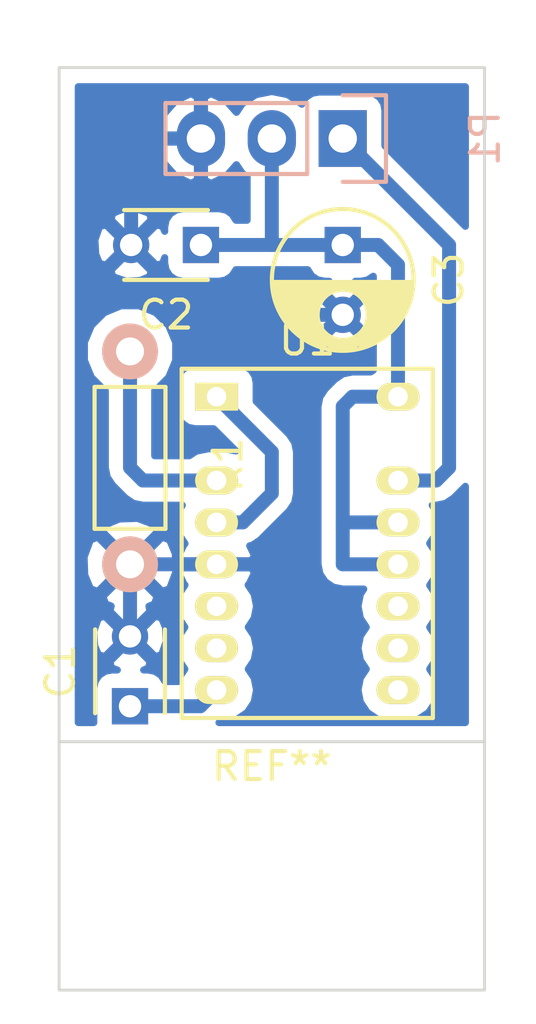
<source format=kicad_pcb>
(kicad_pcb (version 4) (host pcbnew 4.0.2-stable)

  (general
    (links 14)
    (no_connects 0)
    (area 138.379999 69.799999 153.720001 102.920001)
    (thickness 1.6)
    (drawings 5)
    (tracks 42)
    (zones 0)
    (modules 7)
    (nets 7)
  )

  (page A4)
  (title_block
    (title "Sensor target GP2y0DxxZ0f")
    (date 2016-11-13)
    (company "RPL HW & SW")
  )

  (layers
    (0 F.Cu signal)
    (31 B.Cu signal)
    (32 B.Adhes user)
    (33 F.Adhes user)
    (34 B.Paste user)
    (35 F.Paste user)
    (36 B.SilkS user)
    (37 F.SilkS user)
    (38 B.Mask user)
    (39 F.Mask user)
    (40 Dwgs.User user)
    (41 Cmts.User user)
    (42 Eco1.User user)
    (43 Eco2.User user)
    (44 Edge.Cuts user)
    (45 Margin user)
    (46 B.CrtYd user)
    (47 F.CrtYd user)
    (48 B.Fab user)
    (49 F.Fab user)
  )

  (setup
    (last_trace_width 0.25)
    (trace_clearance 0.2)
    (zone_clearance 0.508)
    (zone_45_only no)
    (trace_min 0.2)
    (segment_width 0.2)
    (edge_width 0.1)
    (via_size 0.6)
    (via_drill 0.4)
    (via_min_size 0.4)
    (via_min_drill 0.3)
    (uvia_size 0.3)
    (uvia_drill 0.1)
    (uvias_allowed no)
    (uvia_min_size 0.2)
    (uvia_min_drill 0.1)
    (pcb_text_width 0.3)
    (pcb_text_size 1.5 1.5)
    (mod_edge_width 0.15)
    (mod_text_size 1 1)
    (mod_text_width 0.15)
    (pad_size 1.5 1.5)
    (pad_drill 0.6)
    (pad_to_mask_clearance 0)
    (aux_axis_origin 0 0)
    (visible_elements FFFFFF7F)
    (pcbplotparams
      (layerselection 0x00030_80000001)
      (usegerberextensions false)
      (excludeedgelayer true)
      (linewidth 0.100000)
      (plotframeref false)
      (viasonmask false)
      (mode 1)
      (useauxorigin false)
      (hpglpennumber 1)
      (hpglpenspeed 20)
      (hpglpendiameter 15)
      (hpglpenoverlay 2)
      (psnegative false)
      (psa4output false)
      (plotreference true)
      (plotvalue true)
      (plotinvisibletext false)
      (padsonsilk false)
      (subtractmaskfromsilk false)
      (outputformat 1)
      (mirror false)
      (drillshape 1)
      (scaleselection 1)
      (outputdirectory ""))
  )

  (net 0 "")
  (net 1 "Net-(C1-Pad1)")
  (net 2 GND)
  (net 3 VCC)
  (net 4 /Out)
  (net 5 "Net-(R1-Pad1)")
  (net 6 "Net-(U1-Pad1)")

  (net_class Default "Questo è il gruppo di collegamenti predefinito"
    (clearance 0.2)
    (trace_width 0.25)
    (via_dia 0.6)
    (via_drill 0.4)
    (uvia_dia 0.3)
    (uvia_drill 0.1)
  )

  (net_class rpl ""
    (clearance 0.4)
    (trace_width 0.5)
    (via_dia 0.6)
    (via_drill 0.4)
    (uvia_dia 0.3)
    (uvia_drill 0.1)
    (add_net /Out)
    (add_net GND)
    (add_net "Net-(C1-Pad1)")
    (add_net "Net-(R1-Pad1)")
    (add_net "Net-(U1-Pad1)")
    (add_net VCC)
  )

  (module Capacitors_ThroughHole:C_Radial_D5_L11_P2.5 (layer F.Cu) (tedit 0) (tstamp 58286A0B)
    (at 148.59 76.2 270)
    (descr "Radial Electrolytic Capacitor Diameter 5mm x Length 11mm, Pitch 2.5mm")
    (tags "Electrolytic Capacitor")
    (path /58281D69)
    (fp_text reference C3 (at 1.25 -3.8 270) (layer F.SilkS)
      (effects (font (size 1 1) (thickness 0.15)))
    )
    (fp_text value 4.7uF (at 1.25 3.8 270) (layer F.Fab)
      (effects (font (size 1 1) (thickness 0.15)))
    )
    (fp_line (start 1.325 -2.499) (end 1.325 2.499) (layer F.SilkS) (width 0.15))
    (fp_line (start 1.465 -2.491) (end 1.465 2.491) (layer F.SilkS) (width 0.15))
    (fp_line (start 1.605 -2.475) (end 1.605 -0.095) (layer F.SilkS) (width 0.15))
    (fp_line (start 1.605 0.095) (end 1.605 2.475) (layer F.SilkS) (width 0.15))
    (fp_line (start 1.745 -2.451) (end 1.745 -0.49) (layer F.SilkS) (width 0.15))
    (fp_line (start 1.745 0.49) (end 1.745 2.451) (layer F.SilkS) (width 0.15))
    (fp_line (start 1.885 -2.418) (end 1.885 -0.657) (layer F.SilkS) (width 0.15))
    (fp_line (start 1.885 0.657) (end 1.885 2.418) (layer F.SilkS) (width 0.15))
    (fp_line (start 2.025 -2.377) (end 2.025 -0.764) (layer F.SilkS) (width 0.15))
    (fp_line (start 2.025 0.764) (end 2.025 2.377) (layer F.SilkS) (width 0.15))
    (fp_line (start 2.165 -2.327) (end 2.165 -0.835) (layer F.SilkS) (width 0.15))
    (fp_line (start 2.165 0.835) (end 2.165 2.327) (layer F.SilkS) (width 0.15))
    (fp_line (start 2.305 -2.266) (end 2.305 -0.879) (layer F.SilkS) (width 0.15))
    (fp_line (start 2.305 0.879) (end 2.305 2.266) (layer F.SilkS) (width 0.15))
    (fp_line (start 2.445 -2.196) (end 2.445 -0.898) (layer F.SilkS) (width 0.15))
    (fp_line (start 2.445 0.898) (end 2.445 2.196) (layer F.SilkS) (width 0.15))
    (fp_line (start 2.585 -2.114) (end 2.585 -0.896) (layer F.SilkS) (width 0.15))
    (fp_line (start 2.585 0.896) (end 2.585 2.114) (layer F.SilkS) (width 0.15))
    (fp_line (start 2.725 -2.019) (end 2.725 -0.871) (layer F.SilkS) (width 0.15))
    (fp_line (start 2.725 0.871) (end 2.725 2.019) (layer F.SilkS) (width 0.15))
    (fp_line (start 2.865 -1.908) (end 2.865 -0.823) (layer F.SilkS) (width 0.15))
    (fp_line (start 2.865 0.823) (end 2.865 1.908) (layer F.SilkS) (width 0.15))
    (fp_line (start 3.005 -1.78) (end 3.005 -0.745) (layer F.SilkS) (width 0.15))
    (fp_line (start 3.005 0.745) (end 3.005 1.78) (layer F.SilkS) (width 0.15))
    (fp_line (start 3.145 -1.631) (end 3.145 -0.628) (layer F.SilkS) (width 0.15))
    (fp_line (start 3.145 0.628) (end 3.145 1.631) (layer F.SilkS) (width 0.15))
    (fp_line (start 3.285 -1.452) (end 3.285 -0.44) (layer F.SilkS) (width 0.15))
    (fp_line (start 3.285 0.44) (end 3.285 1.452) (layer F.SilkS) (width 0.15))
    (fp_line (start 3.425 -1.233) (end 3.425 1.233) (layer F.SilkS) (width 0.15))
    (fp_line (start 3.565 -0.944) (end 3.565 0.944) (layer F.SilkS) (width 0.15))
    (fp_line (start 3.705 -0.472) (end 3.705 0.472) (layer F.SilkS) (width 0.15))
    (fp_circle (center 2.5 0) (end 2.5 -0.9) (layer F.SilkS) (width 0.15))
    (fp_circle (center 1.25 0) (end 1.25 -2.5375) (layer F.SilkS) (width 0.15))
    (fp_circle (center 1.25 0) (end 1.25 -2.8) (layer F.CrtYd) (width 0.05))
    (pad 1 thru_hole rect (at 0 0 270) (size 1.3 1.3) (drill 0.8) (layers *.Cu *.Mask)
      (net 3 VCC))
    (pad 2 thru_hole circle (at 2.5 0 270) (size 1.3 1.3) (drill 0.8) (layers *.Cu *.Mask)
      (net 2 GND))
    (model Capacitors_ThroughHole.3dshapes/C_Radial_D5_L11_P2.5.wrl
      (at (xyz 0.049213 0 0))
      (scale (xyz 1 1 1))
      (rotate (xyz 0 0 90))
    )
  )

  (module Pin_Headers:Pin_Header_Straight_1x03 (layer B.Cu) (tedit 0) (tstamp 58286A12)
    (at 148.59 72.39 90)
    (descr "Through hole pin header")
    (tags "pin header")
    (path /58281E8B)
    (fp_text reference P1 (at 0 5.1 90) (layer B.SilkS)
      (effects (font (size 1 1) (thickness 0.15)) (justify mirror))
    )
    (fp_text value CONN_01X03 (at 0 3.1 90) (layer B.Fab)
      (effects (font (size 1 1) (thickness 0.15)) (justify mirror))
    )
    (fp_line (start -1.75 1.75) (end -1.75 -6.85) (layer B.CrtYd) (width 0.05))
    (fp_line (start 1.75 1.75) (end 1.75 -6.85) (layer B.CrtYd) (width 0.05))
    (fp_line (start -1.75 1.75) (end 1.75 1.75) (layer B.CrtYd) (width 0.05))
    (fp_line (start -1.75 -6.85) (end 1.75 -6.85) (layer B.CrtYd) (width 0.05))
    (fp_line (start -1.27 -1.27) (end -1.27 -6.35) (layer B.SilkS) (width 0.15))
    (fp_line (start -1.27 -6.35) (end 1.27 -6.35) (layer B.SilkS) (width 0.15))
    (fp_line (start 1.27 -6.35) (end 1.27 -1.27) (layer B.SilkS) (width 0.15))
    (fp_line (start 1.55 1.55) (end 1.55 0) (layer B.SilkS) (width 0.15))
    (fp_line (start 1.27 -1.27) (end -1.27 -1.27) (layer B.SilkS) (width 0.15))
    (fp_line (start -1.55 0) (end -1.55 1.55) (layer B.SilkS) (width 0.15))
    (fp_line (start -1.55 1.55) (end 1.55 1.55) (layer B.SilkS) (width 0.15))
    (pad 1 thru_hole rect (at 0 0 90) (size 2.032 1.7272) (drill 1.016) (layers *.Cu *.Mask)
      (net 4 /Out))
    (pad 2 thru_hole oval (at 0 -2.54 90) (size 2.032 1.7272) (drill 1.016) (layers *.Cu *.Mask)
      (net 3 VCC))
    (pad 3 thru_hole oval (at 0 -5.08 90) (size 2.032 1.7272) (drill 1.016) (layers *.Cu *.Mask)
      (net 2 GND))
    (model Pin_Headers.3dshapes/Pin_Header_Straight_1x03.wrl
      (at (xyz 0 -0.1 0))
      (scale (xyz 1 1 1))
      (rotate (xyz 0 0 90))
    )
  )

  (module Resistors_ThroughHole:Resistor_Horizontal_RM7mm (layer F.Cu) (tedit 569FCF07) (tstamp 58286A18)
    (at 140.97 80.01 270)
    (descr "Resistor, Axial,  RM 7.62mm, 1/3W,")
    (tags "Resistor Axial RM 7.62mm 1/3W R3")
    (path /582819A2)
    (fp_text reference R1 (at 4.05892 -3.50012 270) (layer F.SilkS)
      (effects (font (size 1 1) (thickness 0.15)))
    )
    (fp_text value 4.7 (at 3.81 3.81 270) (layer F.Fab)
      (effects (font (size 1 1) (thickness 0.15)))
    )
    (fp_line (start -1.25 -1.5) (end 8.85 -1.5) (layer F.CrtYd) (width 0.05))
    (fp_line (start -1.25 1.5) (end -1.25 -1.5) (layer F.CrtYd) (width 0.05))
    (fp_line (start 8.85 -1.5) (end 8.85 1.5) (layer F.CrtYd) (width 0.05))
    (fp_line (start -1.25 1.5) (end 8.85 1.5) (layer F.CrtYd) (width 0.05))
    (fp_line (start 1.27 -1.27) (end 6.35 -1.27) (layer F.SilkS) (width 0.15))
    (fp_line (start 6.35 -1.27) (end 6.35 1.27) (layer F.SilkS) (width 0.15))
    (fp_line (start 6.35 1.27) (end 1.27 1.27) (layer F.SilkS) (width 0.15))
    (fp_line (start 1.27 1.27) (end 1.27 -1.27) (layer F.SilkS) (width 0.15))
    (pad 1 thru_hole circle (at 0 0 270) (size 1.99898 1.99898) (drill 1.00076) (layers *.Cu *.SilkS *.Mask)
      (net 5 "Net-(R1-Pad1)"))
    (pad 2 thru_hole circle (at 7.62 0 270) (size 1.99898 1.99898) (drill 1.00076) (layers *.Cu *.SilkS *.Mask)
      (net 2 GND))
  )

  (module GP2Y0D8xxZ0F-rpl:GP2Y0D8xxZ0F (layer F.Cu) (tedit 56E73616) (tstamp 58286A2A)
    (at 147.32 87.63)
    (path /58281926)
    (fp_text reference U1 (at 0 -8) (layer F.SilkS)
      (effects (font (size 1 1) (thickness 0.15)))
    )
    (fp_text value GP2Y0D8xxZ0F (at 0 -0.5 90) (layer F.Fab)
      (effects (font (size 1 1) (thickness 0.15)))
    )
    (fp_line (start -4.5 -7) (end 4.5 -7) (layer F.SilkS) (width 0.15))
    (fp_line (start 4.5 -7) (end 4.5 5.5) (layer F.SilkS) (width 0.15))
    (fp_line (start 4.5 5.5) (end -4.5 5.5) (layer F.SilkS) (width 0.15))
    (fp_line (start -4.5 5.5) (end -4.5 -7) (layer F.SilkS) (width 0.15))
    (pad 1 thru_hole rect (at -3.25 -6) (size 1.54 1) (drill 0.7) (layers *.Cu *.Mask F.SilkS)
      (net 6 "Net-(U1-Pad1)"))
    (pad 2 thru_hole oval (at -3.25 -3) (size 1.54 1) (drill 0.7) (layers *.Cu *.Mask F.SilkS)
      (net 5 "Net-(R1-Pad1)"))
    (pad 3 thru_hole oval (at -3.25 -1.5) (size 1.54 1) (drill 0.7) (layers *.Cu *.Mask F.SilkS)
      (net 6 "Net-(U1-Pad1)"))
    (pad 4 thru_hole oval (at -3.25 0) (size 1.54 1) (drill 0.7) (layers *.Cu *.Mask F.SilkS)
      (net 2 GND))
    (pad 5 thru_hole oval (at -3.25 1.5) (size 1.54 1) (drill 0.7) (layers *.Cu *.Mask F.SilkS))
    (pad 6 thru_hole oval (at -3.25 3) (size 1.54 1) (drill 0.7) (layers *.Cu *.Mask F.SilkS))
    (pad 7 thru_hole oval (at -3.25 4.5) (size 1.54 1) (drill 0.7) (layers *.Cu *.Mask F.SilkS)
      (net 1 "Net-(C1-Pad1)"))
    (pad 8 thru_hole oval (at 3.25 4.5) (size 1.54 1) (drill 0.7) (layers *.Cu *.Mask F.SilkS))
    (pad 9 thru_hole oval (at 3.25 3) (size 1.54 1) (drill 0.7) (layers *.Cu *.Mask F.SilkS))
    (pad 10 thru_hole oval (at 3.25 1.5) (size 1.54 1) (drill 0.7) (layers *.Cu *.Mask F.SilkS))
    (pad 11 thru_hole oval (at 3.25 0) (size 1.54 1) (drill 0.7) (layers *.Cu *.Mask F.SilkS)
      (net 3 VCC))
    (pad 12 thru_hole oval (at 3.25 -1.5) (size 1.54 1) (drill 0.7) (layers *.Cu *.Mask F.SilkS)
      (net 3 VCC))
    (pad 13 thru_hole oval (at 3.25 -3) (size 1.54 1) (drill 0.7) (layers *.Cu *.Mask F.SilkS)
      (net 4 /Out))
    (pad 14 thru_hole oval (at 3.25 -6) (size 1.54 1) (drill 0.7) (layers *.Cu *.Mask F.SilkS)
      (net 3 VCC))
  )

  (module Capacitors_ThroughHole:C_Disc_D3_P2.5 (layer F.Cu) (tedit 0) (tstamp 58287059)
    (at 143.51 76.2 180)
    (descr "Capacitor 3mm Disc, Pitch 2.5mm")
    (tags Capacitor)
    (path /58281D93)
    (fp_text reference C2 (at 1.25 -2.5 180) (layer F.SilkS)
      (effects (font (size 1 1) (thickness 0.15)))
    )
    (fp_text value 0.1uF (at 1.25 2.5 180) (layer F.Fab)
      (effects (font (size 1 1) (thickness 0.15)))
    )
    (fp_line (start -0.9 -1.5) (end 3.4 -1.5) (layer F.CrtYd) (width 0.05))
    (fp_line (start 3.4 -1.5) (end 3.4 1.5) (layer F.CrtYd) (width 0.05))
    (fp_line (start 3.4 1.5) (end -0.9 1.5) (layer F.CrtYd) (width 0.05))
    (fp_line (start -0.9 1.5) (end -0.9 -1.5) (layer F.CrtYd) (width 0.05))
    (fp_line (start -0.25 -1.25) (end 2.75 -1.25) (layer F.SilkS) (width 0.15))
    (fp_line (start 2.75 1.25) (end -0.25 1.25) (layer F.SilkS) (width 0.15))
    (pad 1 thru_hole rect (at 0 0 180) (size 1.3 1.3) (drill 0.8) (layers *.Cu *.Mask)
      (net 3 VCC))
    (pad 2 thru_hole circle (at 2.5 0 180) (size 1.3 1.3) (drill 0.8001) (layers *.Cu *.Mask)
      (net 2 GND))
    (model Capacitors_ThroughHole.3dshapes/C_Disc_D3_P2.5.wrl
      (at (xyz 0.0492126 0 0))
      (scale (xyz 1 1 1))
      (rotate (xyz 0 0 0))
    )
  )

  (module Capacitors_ThroughHole:C_Disc_D3_P2.5 (layer F.Cu) (tedit 0) (tstamp 58287053)
    (at 140.97 92.71 90)
    (descr "Capacitor 3mm Disc, Pitch 2.5mm")
    (tags Capacitor)
    (path /58281DBA)
    (fp_text reference C1 (at 1.25 -2.5 90) (layer F.SilkS)
      (effects (font (size 1 1) (thickness 0.15)))
    )
    (fp_text value 0.1uF (at 1.25 2.5 90) (layer F.Fab)
      (effects (font (size 1 1) (thickness 0.15)))
    )
    (fp_line (start -0.9 -1.5) (end 3.4 -1.5) (layer F.CrtYd) (width 0.05))
    (fp_line (start 3.4 -1.5) (end 3.4 1.5) (layer F.CrtYd) (width 0.05))
    (fp_line (start 3.4 1.5) (end -0.9 1.5) (layer F.CrtYd) (width 0.05))
    (fp_line (start -0.9 1.5) (end -0.9 -1.5) (layer F.CrtYd) (width 0.05))
    (fp_line (start -0.25 -1.25) (end 2.75 -1.25) (layer F.SilkS) (width 0.15))
    (fp_line (start 2.75 1.25) (end -0.25 1.25) (layer F.SilkS) (width 0.15))
    (pad 1 thru_hole rect (at 0 0 90) (size 1.3 1.3) (drill 0.8) (layers *.Cu *.Mask)
      (net 1 "Net-(C1-Pad1)"))
    (pad 2 thru_hole circle (at 2.5 0 90) (size 1.3 1.3) (drill 0.8001) (layers *.Cu *.Mask)
      (net 2 GND))
    (model Capacitors_ThroughHole.3dshapes/C_Disc_D3_P2.5.wrl
      (at (xyz 0.0492126 0 0))
      (scale (xyz 1 1 1))
      (rotate (xyz 0 0 0))
    )
  )

  (module Mounting_Holes:MountingHole_3.2mm_M3 (layer F.Cu) (tedit 56D1B4CB) (tstamp 58289E0B)
    (at 146.05 99.06)
    (descr "Mounting Hole 3.2mm, no annular, M3")
    (tags "mounting hole 3.2mm no annular m3")
    (fp_text reference REF** (at 0 -4.2) (layer F.SilkS)
      (effects (font (size 1 1) (thickness 0.15)))
    )
    (fp_text value MountingHole_3.2mm_M3 (at 0 4.2) (layer F.Fab)
      (effects (font (size 1 1) (thickness 0.15)))
    )
    (fp_circle (center 0 0) (end 3.2 0) (layer Cmts.User) (width 0.15))
    (fp_circle (center 0 0) (end 3.45 0) (layer F.CrtYd) (width 0.05))
    (pad 1 np_thru_hole circle (at 0 0) (size 3.2 3.2) (drill 3.2) (layers *.Cu *.Mask))
  )

  (gr_line (start 138.43 93.98) (end 153.67 93.98) (angle 90) (layer Edge.Cuts) (width 0.1))
  (gr_line (start 138.43 102.87) (end 138.43 69.85) (angle 90) (layer Edge.Cuts) (width 0.1))
  (gr_line (start 153.67 102.87) (end 138.43 102.87) (angle 90) (layer Edge.Cuts) (width 0.1))
  (gr_line (start 153.67 69.85) (end 153.67 102.87) (angle 90) (layer Edge.Cuts) (width 0.1))
  (gr_line (start 138.43 69.85) (end 153.67 69.85) (angle 90) (layer Edge.Cuts) (width 0.1))

  (segment (start 140.97 92.71) (end 143.49 92.71) (width 0.5) (layer B.Cu) (net 1))
  (segment (start 143.49 92.71) (end 144.07 92.13) (width 0.5) (layer B.Cu) (net 1) (tstamp 58289FDA))
  (segment (start 144.07 87.63) (end 147.32 87.63) (width 0.5) (layer B.Cu) (net 2))
  (segment (start 147.32 87.63) (end 147.32 78.7) (width 0.5) (layer B.Cu) (net 2) (tstamp 5828A318))
  (segment (start 147.32 78.7) (end 147.32 78.74) (width 0.5) (layer B.Cu) (net 2) (tstamp 5828A31B))
  (segment (start 147.32 78.74) (end 147.32 78.7) (width 0.5) (layer B.Cu) (net 2) (tstamp 5828A320))
  (segment (start 146.05 78.7) (end 146.05 78.74) (width 0.5) (layer B.Cu) (net 2) (tstamp 5828A0A7))
  (segment (start 146.05 78.74) (end 146.05 78.7) (width 0.5) (layer B.Cu) (net 2) (tstamp 5828A0AB))
  (segment (start 141.01 76.2) (end 141.01 76.24) (width 0.5) (layer B.Cu) (net 2))
  (segment (start 141.01 76.24) (end 143.47 78.7) (width 0.5) (layer B.Cu) (net 2) (tstamp 5828A04D))
  (segment (start 143.47 78.7) (end 146.05 78.7) (width 0.5) (layer B.Cu) (net 2) (tstamp 5828A050))
  (segment (start 146.05 78.7) (end 147.32 78.7) (width 0.5) (layer B.Cu) (net 2) (tstamp 5828A0AC))
  (segment (start 147.32 78.7) (end 148.59 78.7) (width 0.5) (layer B.Cu) (net 2) (tstamp 5828A321))
  (segment (start 140.97 90.21) (end 140.97 87.63) (width 0.5) (layer B.Cu) (net 2))
  (segment (start 140.97 87.63) (end 144.07 87.63) (width 0.5) (layer B.Cu) (net 2) (tstamp 5828A014))
  (segment (start 143.51 72.39) (end 140.97 72.39) (width 0.5) (layer B.Cu) (net 2))
  (segment (start 141.01 72.43) (end 141.01 76.2) (width 0.5) (layer B.Cu) (net 2) (tstamp 58289F3A))
  (segment (start 140.97 72.39) (end 141.01 72.43) (width 0.5) (layer B.Cu) (net 2) (tstamp 58289F38))
  (segment (start 146.05 72.39) (end 146.05 76.2) (width 0.5) (layer B.Cu) (net 3))
  (segment (start 150.57 86.13) (end 148.59 86.13) (width 0.5) (layer B.Cu) (net 3))
  (segment (start 148.59 86.13) (end 148.59 86.36) (width 0.5) (layer B.Cu) (net 3) (tstamp 5828A077))
  (segment (start 150.57 81.63) (end 148.94 81.63) (width 0.5) (layer B.Cu) (net 3))
  (segment (start 148.59 87.63) (end 150.57 87.63) (width 0.5) (layer B.Cu) (net 3) (tstamp 5828A070))
  (segment (start 148.59 81.98) (end 148.59 86.36) (width 0.5) (layer B.Cu) (net 3) (tstamp 5828A06C))
  (segment (start 148.59 86.36) (end 148.59 87.63) (width 0.5) (layer B.Cu) (net 3) (tstamp 5828A07B))
  (segment (start 148.94 81.63) (end 148.59 81.98) (width 0.5) (layer B.Cu) (net 3) (tstamp 5828A069))
  (segment (start 143.51 76.2) (end 146.05 76.2) (width 0.5) (layer B.Cu) (net 3))
  (segment (start 146.05 76.2) (end 148.59 76.2) (width 0.5) (layer B.Cu) (net 3) (tstamp 5828A36E))
  (segment (start 148.59 76.2) (end 149.86 76.2) (width 0.5) (layer B.Cu) (net 3) (tstamp 5828A029))
  (segment (start 149.86 76.2) (end 150.57 76.91) (width 0.5) (layer B.Cu) (net 3) (tstamp 5828A033))
  (segment (start 150.57 76.91) (end 150.57 81.63) (width 0.5) (layer B.Cu) (net 3) (tstamp 5828A036))
  (segment (start 150.57 84.63) (end 151.94 84.63) (width 0.5) (layer B.Cu) (net 4))
  (segment (start 152.4 76.2) (end 148.59 72.39) (width 0.5) (layer B.Cu) (net 4) (tstamp 58289F8C))
  (segment (start 152.4 84.17) (end 152.4 76.2) (width 0.5) (layer B.Cu) (net 4) (tstamp 58289F86))
  (segment (start 151.94 84.63) (end 152.4 84.17) (width 0.5) (layer B.Cu) (net 4) (tstamp 58289F84))
  (segment (start 144.07 84.63) (end 141.43 84.63) (width 0.5) (layer B.Cu) (net 5))
  (segment (start 140.97 84.17) (end 140.97 80.01) (width 0.5) (layer B.Cu) (net 5) (tstamp 5828A0CE))
  (segment (start 141.43 84.63) (end 140.97 84.17) (width 0.5) (layer B.Cu) (net 5) (tstamp 5828A0C7))
  (segment (start 144.07 86.13) (end 145.01 86.13) (width 0.5) (layer B.Cu) (net 6))
  (segment (start 146.05 83.61) (end 144.07 81.63) (width 0.5) (layer B.Cu) (net 6) (tstamp 5828A1C3))
  (segment (start 146.05 85.09) (end 146.05 83.61) (width 0.5) (layer B.Cu) (net 6) (tstamp 5828A1C0))
  (segment (start 145.01 86.13) (end 146.05 85.09) (width 0.5) (layer B.Cu) (net 6) (tstamp 5828A1BB))

  (zone (net 2) (net_name GND) (layer B.Cu) (tstamp 5828ACB5) (hatch edge 0.508)
    (connect_pads (clearance 0.508))
    (min_thickness 0.254)
    (fill yes (arc_segments 16) (thermal_gap 0.508) (thermal_bridge_width 0.508))
    (polygon
      (pts
        (xy 153.67 102.87) (xy 138.43 102.87) (xy 138.43 69.85) (xy 153.67 69.85) (xy 153.67 102.87)
      )
    )
    (filled_polygon
      (pts
        (xy 152.985 75.533421) (xy 150.10104 72.64946) (xy 150.10104 71.374) (xy 150.056762 71.138683) (xy 149.91769 70.922559)
        (xy 149.70549 70.777569) (xy 149.4536 70.72656) (xy 147.7264 70.72656) (xy 147.491083 70.770838) (xy 147.274959 70.90991)
        (xy 147.129969 71.12211) (xy 147.1216 71.163439) (xy 147.10967 71.145585) (xy 146.623489 70.820729) (xy 146.05 70.706655)
        (xy 145.476511 70.820729) (xy 144.99033 71.145585) (xy 144.783539 71.455069) (xy 144.412036 71.039268) (xy 143.884791 70.785291)
        (xy 143.869026 70.782642) (xy 143.637 70.903783) (xy 143.637 72.263) (xy 143.657 72.263) (xy 143.657 72.517)
        (xy 143.637 72.517) (xy 143.637 73.876217) (xy 143.869026 73.997358) (xy 143.884791 73.994709) (xy 144.412036 73.740732)
        (xy 144.783539 73.324931) (xy 144.99033 73.634415) (xy 145.165 73.751126) (xy 145.165 75.315) (xy 144.763222 75.315)
        (xy 144.763162 75.314683) (xy 144.62409 75.098559) (xy 144.41189 74.953569) (xy 144.16 74.90256) (xy 142.86 74.90256)
        (xy 142.624683 74.946838) (xy 142.408559 75.08591) (xy 142.263569 75.29811) (xy 142.21256 75.55) (xy 142.21256 75.712385)
        (xy 142.139611 75.536271) (xy 141.909016 75.48059) (xy 141.189605 76.2) (xy 141.909016 76.91941) (xy 142.139611 76.863729)
        (xy 142.21256 76.654098) (xy 142.21256 76.85) (xy 142.256838 77.085317) (xy 142.39591 77.301441) (xy 142.60811 77.446431)
        (xy 142.86 77.49744) (xy 144.16 77.49744) (xy 144.395317 77.453162) (xy 144.611441 77.31409) (xy 144.756431 77.10189)
        (xy 144.759851 77.085) (xy 147.336778 77.085) (xy 147.336838 77.085317) (xy 147.47591 77.301441) (xy 147.68811 77.446431)
        (xy 147.94 77.49744) (xy 148.102385 77.49744) (xy 147.926271 77.570389) (xy 147.87059 77.800984) (xy 148.59 78.520395)
        (xy 149.30941 77.800984) (xy 149.253729 77.570389) (xy 149.044098 77.49744) (xy 149.24 77.49744) (xy 149.475317 77.453162)
        (xy 149.685 77.318235) (xy 149.685 78.027914) (xy 149.489016 77.98059) (xy 148.769605 78.7) (xy 149.489016 79.41941)
        (xy 149.685 79.372086) (xy 149.685 80.683714) (xy 149.593279 80.745) (xy 148.940005 80.745) (xy 148.94 80.744999)
        (xy 148.657516 80.80119) (xy 148.601325 80.812367) (xy 148.31421 81.00421) (xy 148.314208 81.004213) (xy 147.96421 81.35421)
        (xy 147.772367 81.641325) (xy 147.772367 81.641326) (xy 147.704999 81.98) (xy 147.705 81.980005) (xy 147.705 87.63)
        (xy 147.772367 87.968675) (xy 147.96421 88.25579) (xy 148.251325 88.447633) (xy 148.59 88.515) (xy 149.34458 88.515)
        (xy 149.223871 88.695654) (xy 149.137474 89.13) (xy 149.223871 89.564346) (xy 149.434784 89.88) (xy 149.223871 90.195654)
        (xy 149.137474 90.63) (xy 149.223871 91.064346) (xy 149.434784 91.38) (xy 149.223871 91.695654) (xy 149.137474 92.13)
        (xy 149.223871 92.564346) (xy 149.469908 92.932566) (xy 149.838128 93.178603) (xy 150.272474 93.265) (xy 150.867526 93.265)
        (xy 151.301872 93.178603) (xy 151.670092 92.932566) (xy 151.916129 92.564346) (xy 152.002526 92.13) (xy 151.916129 91.695654)
        (xy 151.705216 91.38) (xy 151.916129 91.064346) (xy 152.002526 90.63) (xy 151.916129 90.195654) (xy 151.705216 89.88)
        (xy 151.916129 89.564346) (xy 152.002526 89.13) (xy 151.916129 88.695654) (xy 151.705216 88.38) (xy 151.916129 88.064346)
        (xy 152.002526 87.63) (xy 151.916129 87.195654) (xy 151.705216 86.88) (xy 151.916129 86.564346) (xy 152.002526 86.13)
        (xy 151.916129 85.695654) (xy 151.79542 85.515) (xy 151.939995 85.515) (xy 151.94 85.515001) (xy 152.222484 85.45881)
        (xy 152.278675 85.447633) (xy 152.56579 85.25579) (xy 152.565791 85.255789) (xy 152.985 84.836579) (xy 152.985 93.295)
        (xy 144.15658 93.295) (xy 144.18658 93.265) (xy 144.367526 93.265) (xy 144.801872 93.178603) (xy 145.170092 92.932566)
        (xy 145.416129 92.564346) (xy 145.502526 92.13) (xy 145.416129 91.695654) (xy 145.205216 91.38) (xy 145.416129 91.064346)
        (xy 145.502526 90.63) (xy 145.416129 90.195654) (xy 145.205216 89.88) (xy 145.416129 89.564346) (xy 145.502526 89.13)
        (xy 145.416129 88.695654) (xy 145.199085 88.370825) (xy 145.232368 88.342763) (xy 145.434119 87.931874) (xy 145.307954 87.757)
        (xy 144.197 87.757) (xy 144.197 87.777) (xy 143.943 87.777) (xy 143.943 87.757) (xy 142.832046 87.757)
        (xy 142.705881 87.931874) (xy 142.907632 88.342763) (xy 142.940915 88.370825) (xy 142.723871 88.695654) (xy 142.637474 89.13)
        (xy 142.723871 89.564346) (xy 142.934784 89.88) (xy 142.723871 90.195654) (xy 142.637474 90.63) (xy 142.723871 91.064346)
        (xy 142.934784 91.38) (xy 142.723871 91.695654) (xy 142.698142 91.825) (xy 142.223222 91.825) (xy 142.223162 91.824683)
        (xy 142.08409 91.608559) (xy 141.87189 91.463569) (xy 141.62 91.41256) (xy 141.457615 91.41256) (xy 141.633729 91.339611)
        (xy 141.68941 91.109016) (xy 140.97 90.389605) (xy 140.25059 91.109016) (xy 140.306271 91.339611) (xy 140.515902 91.41256)
        (xy 140.32 91.41256) (xy 140.084683 91.456838) (xy 139.868559 91.59591) (xy 139.723569 91.80811) (xy 139.67256 92.06)
        (xy 139.67256 93.295) (xy 139.115 93.295) (xy 139.115 90.029078) (xy 139.672378 90.029078) (xy 139.701917 90.539428)
        (xy 139.840389 90.873729) (xy 140.070984 90.92941) (xy 140.790395 90.21) (xy 141.149605 90.21) (xy 141.869016 90.92941)
        (xy 142.099611 90.873729) (xy 142.267622 90.390922) (xy 142.238083 89.880572) (xy 142.099611 89.546271) (xy 141.869016 89.49059)
        (xy 141.149605 90.21) (xy 140.790395 90.21) (xy 140.070984 89.49059) (xy 139.840389 89.546271) (xy 139.672378 90.029078)
        (xy 139.115 90.029078) (xy 139.115 88.782163) (xy 139.997443 88.782163) (xy 140.096042 89.048965) (xy 140.295929 89.12322)
        (xy 140.25059 89.310984) (xy 140.97 90.030395) (xy 141.68941 89.310984) (xy 141.645946 89.130984) (xy 141.843958 89.048965)
        (xy 141.942557 88.782163) (xy 140.97 87.809605) (xy 139.997443 88.782163) (xy 139.115 88.782163) (xy 139.115 87.365582)
        (xy 139.324599 87.365582) (xy 139.348659 88.015377) (xy 139.551035 88.503958) (xy 139.817837 88.602557) (xy 140.790395 87.63)
        (xy 141.149605 87.63) (xy 142.122163 88.602557) (xy 142.388965 88.503958) (xy 142.615401 87.894418) (xy 142.591341 87.244623)
        (xy 142.388965 86.756042) (xy 142.122163 86.657443) (xy 141.149605 87.63) (xy 140.790395 87.63) (xy 139.817837 86.657443)
        (xy 139.551035 86.756042) (xy 139.324599 87.365582) (xy 139.115 87.365582) (xy 139.115 86.477837) (xy 139.997443 86.477837)
        (xy 140.97 87.450395) (xy 141.942557 86.477837) (xy 141.843958 86.211035) (xy 141.234418 85.984599) (xy 140.584623 86.008659)
        (xy 140.096042 86.211035) (xy 139.997443 86.477837) (xy 139.115 86.477837) (xy 139.115 80.333694) (xy 139.335226 80.333694)
        (xy 139.583538 80.934655) (xy 140.042927 81.394846) (xy 140.085 81.412316) (xy 140.085 84.169995) (xy 140.084999 84.17)
        (xy 140.105362 84.272367) (xy 140.152367 84.508675) (xy 140.3145 84.751326) (xy 140.34421 84.79579) (xy 140.804208 85.255787)
        (xy 140.80421 85.25579) (xy 141.062952 85.428675) (xy 141.091325 85.447633) (xy 141.43 85.515001) (xy 141.430005 85.515)
        (xy 142.84458 85.515) (xy 142.723871 85.695654) (xy 142.637474 86.13) (xy 142.723871 86.564346) (xy 142.940915 86.889175)
        (xy 142.907632 86.917237) (xy 142.705881 87.328126) (xy 142.832046 87.503) (xy 143.943 87.503) (xy 143.943 87.483)
        (xy 144.197 87.483) (xy 144.197 87.503) (xy 145.307954 87.503) (xy 145.434119 87.328126) (xy 145.256314 86.966005)
        (xy 145.292484 86.95881) (xy 145.348675 86.947633) (xy 145.63579 86.75579) (xy 146.675787 85.715792) (xy 146.67579 85.71579)
        (xy 146.867633 85.428675) (xy 146.887771 85.327434) (xy 146.935001 85.09) (xy 146.935 85.089995) (xy 146.935 83.610005)
        (xy 146.935001 83.61) (xy 146.867633 83.271326) (xy 146.867633 83.271325) (xy 146.67579 82.98421) (xy 146.675787 82.984208)
        (xy 145.48744 81.79586) (xy 145.48744 81.13) (xy 145.443162 80.894683) (xy 145.30409 80.678559) (xy 145.09189 80.533569)
        (xy 144.84 80.48256) (xy 143.3 80.48256) (xy 143.064683 80.526838) (xy 142.848559 80.66591) (xy 142.703569 80.87811)
        (xy 142.65256 81.13) (xy 142.65256 82.13) (xy 142.696838 82.365317) (xy 142.83591 82.581441) (xy 143.04811 82.726431)
        (xy 143.3 82.77744) (xy 143.96586 82.77744) (xy 144.761858 83.573438) (xy 144.367526 83.495) (xy 143.772474 83.495)
        (xy 143.338128 83.581397) (xy 143.093279 83.745) (xy 141.855 83.745) (xy 141.855 81.412847) (xy 141.894655 81.396462)
        (xy 142.354846 80.937073) (xy 142.604206 80.336547) (xy 142.604774 79.686306) (xy 142.568707 79.599016) (xy 147.87059 79.599016)
        (xy 147.926271 79.829611) (xy 148.409078 79.997622) (xy 148.919428 79.968083) (xy 149.253729 79.829611) (xy 149.30941 79.599016)
        (xy 148.59 78.879605) (xy 147.87059 79.599016) (xy 142.568707 79.599016) (xy 142.356462 79.085345) (xy 141.897073 78.625154)
        (xy 141.641614 78.519078) (xy 147.292378 78.519078) (xy 147.321917 79.029428) (xy 147.460389 79.363729) (xy 147.690984 79.41941)
        (xy 148.410395 78.7) (xy 147.690984 77.98059) (xy 147.460389 78.036271) (xy 147.292378 78.519078) (xy 141.641614 78.519078)
        (xy 141.296547 78.375794) (xy 140.646306 78.375226) (xy 140.045345 78.623538) (xy 139.585154 79.082927) (xy 139.335794 79.683453)
        (xy 139.335226 80.333694) (xy 139.115 80.333694) (xy 139.115 77.099016) (xy 140.29059 77.099016) (xy 140.346271 77.329611)
        (xy 140.829078 77.497622) (xy 141.339428 77.468083) (xy 141.673729 77.329611) (xy 141.72941 77.099016) (xy 141.01 76.379605)
        (xy 140.29059 77.099016) (xy 139.115 77.099016) (xy 139.115 76.019078) (xy 139.712378 76.019078) (xy 139.741917 76.529428)
        (xy 139.880389 76.863729) (xy 140.110984 76.91941) (xy 140.830395 76.2) (xy 140.110984 75.48059) (xy 139.880389 75.536271)
        (xy 139.712378 76.019078) (xy 139.115 76.019078) (xy 139.115 75.300984) (xy 140.29059 75.300984) (xy 141.01 76.020395)
        (xy 141.72941 75.300984) (xy 141.673729 75.070389) (xy 141.190922 74.902378) (xy 140.680572 74.931917) (xy 140.346271 75.070389)
        (xy 140.29059 75.300984) (xy 139.115 75.300984) (xy 139.115 72.751913) (xy 142.024816 72.751913) (xy 142.218046 73.30432)
        (xy 142.607964 73.740732) (xy 143.135209 73.994709) (xy 143.150974 73.997358) (xy 143.383 73.876217) (xy 143.383 72.517)
        (xy 142.169076 72.517) (xy 142.024816 72.751913) (xy 139.115 72.751913) (xy 139.115 72.028087) (xy 142.024816 72.028087)
        (xy 142.169076 72.263) (xy 143.383 72.263) (xy 143.383 70.903783) (xy 143.150974 70.782642) (xy 143.135209 70.785291)
        (xy 142.607964 71.039268) (xy 142.218046 71.47568) (xy 142.024816 72.028087) (xy 139.115 72.028087) (xy 139.115 70.535)
        (xy 152.985 70.535)
      )
    )
  )
)

</source>
